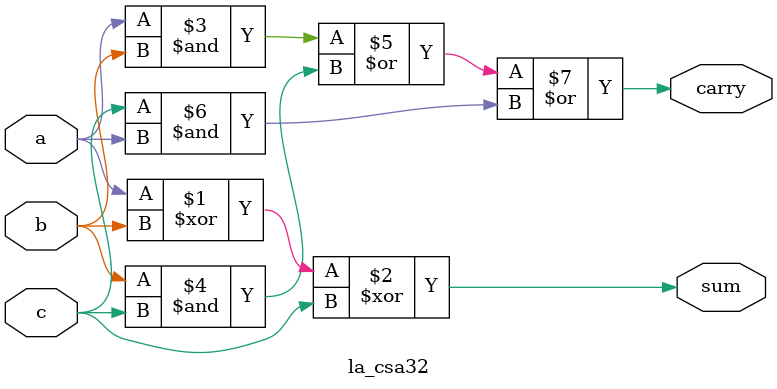
<source format=v>


module la_csa32 #(
    parameter PROP = "DEFAULT"
) (
    input  a,
    input  b,
    input  c,
    output sum,
    output carry
);

    assign sum   = a ^ b ^ c;
    assign carry = (a & b) | (b & c) | (c & a);

endmodule

</source>
